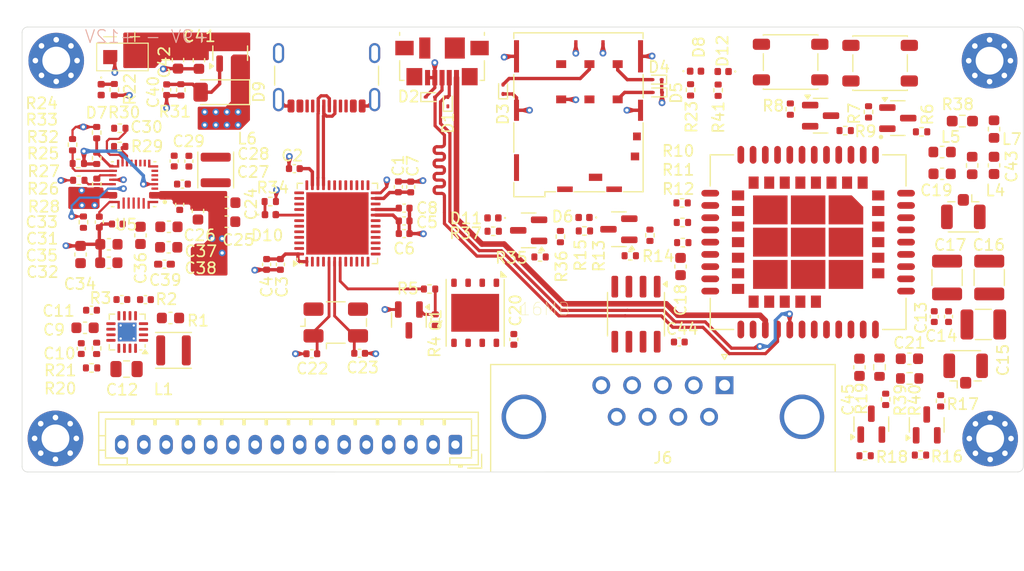
<source format=kicad_pcb>
(kicad_pcb (version 20241229) (generator "pcbnew") (generator_version "9.0")
  (title_block (title "SOIL MEASURE") (date "08/08/25") (rev "1.0.0") (company "ECOFY") (comment 1 "Designed: Abdulrahman S Jafari"))
  (layers (0 "F.Cu" signal) (4 "In1.Cu" signal) (6 "In2.Cu" signal) (2 "B.Cu" signal) (13 "F.Paste" user) (15 "B.Paste" user) (5 "F.SilkS" user "F.Silkscreen") (7 "B.SilkS" user "B.Silkscreen") (1 "F.Mask" user) (3 "B.Mask" user) (25 "Edge.Cuts" user))
  (net 0 "")
  (net 1 "GND")
  (net 2 "+3V6")
  (net 3 "+12V")
  (net 4 "Net-(U2-SS{slash}TR)")
  (net 5 "SIM_VDD")
  (net 6 "Net-(U3-GNSS_ANT)")
  (net 7 "Net-(C19-Pad2)")
  (net 8 "Net-(U3-RF_ANT)")
  (net 9 "Net-(U1-PF0)")
  (net 10 "Net-(U1-PF1)")
  (net 11 "VBUS")
  (net 12 "Net-(U5-BTST1)")
  (net 13 "Net-(U5-SW1)")
  (net 14 "Net-(U5-SW2)")
  (net 15 "Net-(U5-BTST2)")
  (net 16 "REGN")
  (net 17 "Net-(U5-SDRV)")
  (net 18 "/battery_charger/PMID")
  (net 19 "Net-(D9-A)")
  (net 20 "/battery_charger/VIN_P")
  (net 21 "Net-(J4-In)")
  (net 22 "Net-(C45-Pad1)")
  (net 23 "/cellular_interface/DN")
  (net 24 "/cellular_interface/DP")
  (net 25 "Net-(D3-A2)")
  (net 26 "Net-(D4-A2)")
  (net 27 "SIM_DATA")
  (net 28 "Net-(D6-A)")
  (net 29 "Net-(D6-K)")
  (net 30 "Net-(D7-K)")
  (net 31 "Net-(D8-K)")
  (net 32 "VBATP")
  (net 33 "/DEBUG_LED")
  (net 34 "Net-(D10-K)")
  (net 35 "Net-(D11-A)")
  (net 36 "Net-(D11-K)")
  (net 37 "Net-(D12-A)")
  (net 39 "/cellular_interface/CARD_DT")
  (net 40 "Net-(J2-In)")
  (net 41 "MOD_VBUS")
  (net 42 "/MCU_DP")
  (net 43 "/CC1")
  (net 44 "/MCU_DN")
  (net 45 "/CC2")
  (net 46 "/TXP")
  (net 52 "/TXM")
  (net 54 "Net-(L1-Pad1)")
  (net 55 "Net-(L7-Pad1)")
  (net 56 "Net-(Q1-B)")
  (net 57 "/cellular_interface/PWR")
  (net 58 "Net-(Q2-B)")
  (net 59 "Net-(Q3-B)")
  (net 60 "Net-(Q4-B)")
  (net 61 "/MOD_TX")
  (net 62 "/cellular_interface/UART_TX")
  (net 63 "/MOD_RX")
  (net 64 "/cellular_interface/UART_RX")
  (net 65 "Net-(Q5-B)")
  (net 66 "/GNSS_TX")
  (net 67 "/cellular_interface/GPS_TX")
  (net 68 "Net-(Q6-B)")
  (net 69 "Net-(Q8-B)")
  (net 70 "/cellular_interface/GPS_RX")
  (net 71 "/GNSS_RX")
  (net 72 "Net-(U2-PG)")
  (net 73 "/FBK")
  (net 74 "/PWR_CTR")
  (net 75 "VDD_EXT")
  (net 76 "Net-(U3-SIM_DATA)")
  (net 77 "/cellular_interface/SIM_CLK")
  (net 78 "/cellular_interface/SIM_RST")
  (net 79 "/cellular_interface/MODEM_STAT")
  (net 80 "/BATT")
  (net 81 "Net-(U5-STAT)")
  (net 82 "/battery_charger/TS")
  (net 83 "Net-(U5-PROG)")
  (net 84 "Net-(U5-BATP)")
  (net 85 "CHG_INT")
  (net 86 "/CHG_SCL")
  (net 87 "/CHG_SDA")
  (net 88 "/battery_charger/ILIM")
  (net 89 "/cellular_interface/NET_STAT")
  (net 90 "Net-(SW1-B)")
  (net 91 "/cellular_interface/USB_BOOT")
  (net 92 "/UART3_DE")
  (net 93 "/SPI1_CLK")
  (net 94 "/I2C2_SDA")
  (net 95 "/SPI1_NSS")
  (net 96 "/MODEM_INT")
  (net 97 "/SPI2_NSS")
  (net 98 "/SWDCLK")
  (net 99 "/HOLD")
  (net 100 "/SPI2_MISO")
  (net 101 "/UART3_RX")
  (net 102 "/SHIP_MODE")
  (net 103 "/SPI2_CLK")
  (net 104 "/UART3_TX")
  (net 105 "/SWDIO")
  (net 106 "/DATA_CMD")
  (net 107 "/SPI1_MOSI")
  (net 108 "/TIM8_PWM")
  (net 109 "/CHG_EN")
  (net 110 "/I2C2_SCL")
  (net 111 "/UART3_RE")
  (net 112 "/RST")
  (net 113 "/SPI1_MISO")
  (net 114 "/DISP_EN")
  (net 115 "/SPI2_MOSI")
  (net 116 "/WP")
  (footprint "Resistor_SMD:R_0402_1005Metric" (layer "F.Cu") (at 91.4 77.27 90)
    (property "Reference" "R33")
    (property "Value" "100k")
  )
  (footprint "Capacitor_SMD:C_0402_1005Metric" (layer "F.Cu") (at 121.21 85.26)
    (property "Reference" "C6")
    (property "Value" "1u")
  )
  (footprint "Resistor_SMD:R_0402_1005Metric" (layer "F.Cu") (at 146.225 84.26)
    (property "Reference" "R11")
    (property "Value" "22R")
  )
  (footprint "Capacitor_SMD:C_0603_1608Metric" (layer "F.Cu") (at 166.63 96.51)
    (property "Reference" "C21")
    (property "Value" "C")
  )
  (footprint "Capacitor_SMD:C_0402_1005Metric" (layer "F.Cu") (at 145.945 95.005)
    (property "Reference" "C44")
    (property "Value" "100n")
  )
  (footprint "Package_TO_SOT_SMD:SOT-23" (layer "F.Cu") (at 121.635 93.0225 -90)
    (property "Reference" "Q1")
    (property "Value" "SS8050")
  )
  (footprint "Resistor_SMD:R_0402_1005Metric" (layer "F.Cu") (at 141.535 87.25)
    (property "Reference" "R13")
    (property "Value" "4k7")
  )
  (footprint "Resistor_SMD:R_0402_1005Metric" (layer "F.Cu") (at 92.38 84.23 90)
    (property "Reference" "R28")
    (property "Value" "10k")
  )
  (footprint "Resistor_SMD:R_0402_1005Metric" (layer "F.Cu") (at 162.955 74.32 90)
    (property "Reference" "R7")
    (property "Value" "4k7")
  )
  (footprint "Capacitor_SMD:C_0402_1005Metric" (layer "F.Cu") (at 131.07 94.77 90)
    (property "Reference" "C20")
    (property "Value" "100n")
  )
  (footprint "MountingHole:MountingHole_2.5mm_Pad_Via" (layer "F.Cu") (at 173.835 69.72)
    (property "Reference" "H4" (hide yes))
    (property "Value" "MountingHole" (hide yes))
  )
  (footprint "Resistor_SMD:R_0402_1005Metric" (layer "F.Cu") (at 143.305 85.41 90)
    (property "Reference" "R14")
    (property "Value" "47k")
  )
  (footprint "connector_custom:BAT" (layer "F.Cu") (at 93.41 65.715 180)
    (property "Reference" "U7" (hide yes))
    (property "Value" "BAT")
  )
  (footprint "Resistor_SMD:R_0402_1005Metric" (layer "F.Cu") (at 137.415 85.02 180)
    (property "Reference" "R15")
    (property "Value" "510R")
  )
  (footprint "Capacitor_SMD:C_0603_1608Metric" (layer "F.Cu") (at 146.055 88.22 -90)
    (property "Reference" "C18")
    (property "Value" "100n")
  )
  (footprint "Resistor_SMD:R_0402_1005Metric" (layer "F.Cu") (at 164.495 100.16 90)
    (property "Reference" "R19")
    (property "Value" "10k")
  )
  (footprint "Resistor_SMD:R_0402_1005Metric" (layer "F.Cu") (at 167.7225 76.11 180)
    (property "Reference" "R6")
    (property "Value" "10k")
  )
  (footprint "Resistor_SMD:R_0603_1608Metric" (layer "F.Cu") (at 166.65 98.28)
    (property "Reference" "R40")
    (property "Value" "R")
  )
  (footprint "Capacitor_SMD:C_0402_1005Metric" (layer "F.Cu") (at 99.86 72.3275 -90)
    (property "Reference" "C40")
    (property "Value" "22p")
  )
  (footprint "Capacitor_SMD:C_0603_1608Metric" (layer "F.Cu") (at 105.265 82.48)
    (property "Reference" "C24")
    (property "Value" "10u")
  )
  (footprint "Capacitor_SMD:C_0402_1005Metric" (layer "F.Cu") (at 117.2075 96.0225)
    (property "Reference" "C23")
    (property "Value" "8p")
  )
  (footprint "Resistor_SMD:R_0402_1005Metric" (layer "F.Cu") (at 91.965 80.469999 180)
    (property "Reference" "R26")
    (property "Value" "10k5")
  )
  (footprint "Resistor_SMD:R_0402_1005Metric" (layer "F.Cu") (at 149.435 72.37 90)
    (property "Reference" "R41")
    (property "Value" "510R")
  )
  (footprint "Capacitor_SMD:C_0402_1005Metric" (layer "F.Cu") (at 108.845 88.03 -90)
    (property "Reference" "C4")
    (property "Value" "4u7")
  )
  (footprint "LED_SMD:LED_0402_1005Metric" (layer "F.Cu") (at 109.185 83.56)
    (property "Reference" "D10")
    (property "Value" "LED")
  )
  (footprint "Capacitor_SMD:C_0402_1005Metric" (layer "F.Cu") (at 112.9075 96.0625 180)
    (property "Reference" "C22")
    (property "Value" "8p")
  )
  (footprint "Resistor_SMD:R_0402_1005Metric" (layer "F.Cu") (at 169.435 100.29 -90)
    (property "Reference" "R17")
    (property "Value" "10k")
  )
  (footprint "Package_TO_SOT_SMD:SOT-23" (layer "F.Cu") (at 165.585 74.88)
    (property "Reference" "Q4" (hide yes))
    (property "Value" "SS8050")
  )
  (footprint "Package_TO_SOT_SMD:SOT-23" (layer "F.Cu") (at 140.5125 84.87 180)
    (property "Reference" "Q2" (hide yes))
    (property "Value" "SS8050")
  )
  (footprint "Capacitor_SMD:C_0402_1005Metric" (layer "F.Cu") (at 170.145 92.72 -90)
    (property "Reference" "C14")
    (property "Value" "1u")
  )
  (footprint "BQ25672:IC_BQ25672RQMR" (layer "F.Cu") (at 96.895 80.82 180)
    (property "Reference" "U5")
    (property "Value" "BQ25672RQMR")
  )
  (footprint "LED_SMD:LED_0402_1005Metric" (layer "F.Cu") (at 93.975 72.32 -90)
    (property "Reference" "D7")
    (property "Value" "LED")
  )
  (footprint "Capacitor_SMD:C_0402_1005Metric" (layer "F.Cu") (at 97.955 91.195 180)
    (property "Reference" "R2")
    (property "Value" "178k")
  )
  (footprint "Capacitor_SMD:C_0402_1005Metric" (layer "F.Cu") (at 121.8 81.07 90)
    (property "Reference" "C7")
    (property "Value" "10n")
  )
  (footprint "LED_SMD:LED_0402_1005Metric" (layer "F.Cu") (at 149.885 70.69 180)
    (property "Reference" "D12")
    (property "Value" "LED")
  )
  (footprint "Resistor_SMD:R_0402_1005Metric" (layer "F.Cu") (at 93.565 95.5775 -90)
    (property "Reference" "R20")
    (property "Value" "R")
  )
  (footprint "Capacitor_SMD:C_0603_1608Metric" (layer "F.Cu") (at 97.504999 85.42 -90)
    (property "Reference" "C36")
    (property "Value" "10u")
  )
  (footprint "Resistor_SMD:R_0402_1005Metric" (layer "F.Cu") (at 160.855 76)
    (property "Reference" "R9")
    (property "Value" "10k")
  )
  (footprint "Button_Switch_SMD:SW_SPST_PTS647_Sx38" (layer "F.Cu") (at 163.995 69.94)
    (property "Reference" "SW2" (hide yes))
    (property "Value" "SW_SPST")
  )
  (footprint "Resistor_SMD:R_0603_1608Metric" (layer "F.Cu") (at 163.94 97.27 -90)
    (property "Reference" "R39")
    (property "Value" "R")
  )
  (footprint "Resistor_SMD:R_0402_1005Metric" (layer "F.Cu") (at 129.215 85.05 180)
    (property "Reference" "R37")
    (property "Value" "510R")
  )
  (footprint "Package_DFN_QFN:QFN-48-1EP_7x7mm_P0.5mm_EP5.6x5.6mm" (layer "F.Cu") (at 115.21 84.3475 90)
    (property "Reference" "U1" (hide yes))
    (property "Value" "STM32G431CBUx" (hide yes))
  )
  (footprint "Capacitor_SMD:C_1210_3225Metric" (layer "F.Cu") (at 173.805 89.21 90)
    (property "Reference" "C16")
    (property "Value" "100u")
  )
  (footprint "MountingHole:MountingHole_2.5mm_Pad_Via" (layer "F.Cu") (at 89.865 103.67)
    (property "Reference" "H2" (hide yes))
    (property "Value" "MountingHole" (hide yes))
  )
  (footprint "Resistor_SMD:R_0402_1005Metric" (layer "F.Cu") (at 101.135 72.34 -90)
    (property "Reference" "R31")
    (property "Value" "220R")
  )
  (footprint "Resistor_SMD:R_0402_1005Metric" (layer "F.Cu") (at 123.495 90.2425)
    (property "Reference" "R5")
    (property "Value" "4K7")
  )
  (footprint "Connector_JAE:JAE_SIM_Card_SF72S006" (layer "F.Cu") (at 137.865 72.485)
    (property "Reference" "J1" (hide yes))
    (property "Value" "JAE_SIM_Card_SF72S006")
  )
  (footprint "Diode_SMD:D_SOD-923" (layer "F.Cu") (at 125.14 73.4 90)
    (property "Reference" "D1")
    (property "Value" "ESD9B5.0ST5G")
  )
  (footprint "Inductor_SMD:L_APV_ANR3010" (layer "F.Cu") (at 100.475 95.7575)
    (property "Reference" "L1")
    (property "Value" "2u2")
  )
  (footprint "Package_TO_SOT_SMD:SOT-23" (layer "F.Cu") (at 168.185 102.4575 90)
    (property "Reference" "Q6" (hide yes))
    (property "Value" "SS8050")
  )
  (footprint "Capacitor_SMD:C_0402_1005Metric" (layer "F.Cu") (at 120.69 81.06 90)
    (property "Reference" "C1")
    (property "Value" "100n")
  )
  (footprint "Resistor_SMD:R_0402_1005Metric" (layer "F.Cu") (at 95.64 77.43)
    (property "Reference" "R29")
    (property "Value" "10k")
  )
  (footprint "MountingHole:MountingHole_2.5mm_Pad_Via" (layer "F.Cu") (at 173.889175 103.684175)
    (property "Reference" "H3" (hide yes))
    (property "Value" "MountingHole" (hide yes))
  )
  (footprint "Capacitor_SMD:C_0603_1608Metric" (layer "F.Cu") (at 102.675 83.22 -90)
    (property "Reference" "C26")
    (property "Value" "10u")
  )
  (footprint "Inductor_SMD:L_APV_ANR3010" (layer "F.Cu") (at 104.27 79.54 90)
    (property "Reference" "L6")
    (property "Value" "1u")
  )
  (footprint "MountingHole:MountingHole_2.5mm_Pad_Via" (layer "F.Cu") (at 89.935 69.71)
    (property "Reference" "H1" (hide yes))
    (property "Value" "MountingHole" (hide yes))
  )
  (footprint "Package_TO_SOT_SMD:SOT-23" (layer "F.Cu") (at 105.5725 69.0425 90)
    (property "Reference" "Q7" (hide yes))
    (property "Value" "AO3401A")
  )
  (footprint "Connector_Dsub:DSUB-9_Socket_Horizontal_P2.77x2.84mm_EdgePinOffset4.94mm_Housed_MountingHolesOffset4.94mm" (layer "F.Cu") (at 150.01 98.89)
    (property "Reference" "J6")
    (property "Value" "DE9_Socket_MountingHoles")
  )
  (footprint "Capacitor_SMD:C_0402_1005Metric" (layer "F.Cu") (at 93.105 92.1475 180)
    (property "Reference" "C11")
    (property "Value" "3n3")
  )
  (footprint "Package_DFN_QFN:VQFN-16-1EP_3x3mm_P0.5mm_EP1.68x1.68mm_ThermalVias" (layer "F.Cu") (at 96.315 94.1075 180)
    (property "Reference" "U2" (hide yes))
    (property "Value" "TPS62130")
  )
  (footprint "Capacitor_SMD:C_0603_1608Metric" (layer "F.Cu") (at 100.88 69.6525 -90)
    (property "Reference" "C42")
    (property "Value" "10u")
  )
  (footprint "Package_SO:SOIC-8_3.9x4.9mm_P1.27mm" (layer "F.Cu") (at 142.05 92.505 -90)
    (property "Reference" "U6" (hide yes))
    (property "Value" "ISL3172E" (hide yes))
  )
  (footprint "Resistor_SMD:R_0402_1005Metric" (layer "F.Cu") (at 146.255 86.07)
    (property "Reference" "R12")
    (property "Value" "22R")
  )
  (footprint "Diode_SMD:D_SOD-923" (layer "F.Cu") (at 143.9425 71.42 180)
    (property "Reference" "D4")
    (property "Value" "ESD9B5.0ST5G")
  )
  (footprint "Capacitor_SMD:C_0402_1005Metric" (layer "F.Cu") (at 101.28 80.81)
    (property "Reference" "C28")
    (property "Value" "47n")
  )
  (footprint "Crystal:Crystal_SMD_Abracon_ABM3B-4Pin_5.0x3.2mm" (layer "F.Cu") (at 115.0625 93.2525)
    (property "Reference" "Y1" (hide yes))
    (property "Value" "8MHz")
  )
  (footprint "Resistor_SMD:R_0402_1005Metric" (layer "F.Cu") (at 167.625 105.17 180)
    (property "Reference" "R16")
    (property "Value" "4k7")
  )
  (footprint "Capacitor_SMD:C_0603_1608Metric" (layer "F.Cu") (at 100.205 92.845)
    (property "Reference" "R1")
    (property "Value" "100k")
  )
  (footprint "Resistor_SMD:R_0402_1005Metric" (layer "F.Cu") (at 155.925 74.07 -90)
    (property "Reference" "R8")
    (property "Value" "4k7")
  )
  (footprint "Connector_JST:JST_PH_B16B-PH-K_1x16_P2.00mm_Vertical" (layer "F.Cu") (at 125.815 104.23 180)
    (property "Reference" "J7" (hide yes))
    (property "Value" "Conn_01x16")
  )
  (footprint "Package_TO_SOT_SMD:SOT-23" (layer "F.Cu") (at 132.4025 84.97 180)
    (property "Reference" "Q3" (hide yes))
    (property "Value" "SS8050")
  )
  (footprint "Connector_Coaxial:U.FL_Hirose_U.FL-R-SMT-1_Vertical" (layer "F.Cu") (at 171.475 83.28 -90)
    (property "Reference" "J4" (hide yes))
    (property "Value" "Conn_Coaxial")
  )
  (footprint "Capacitor_SMD:C_1210_3225Metric" (layer "F.Cu") (at 170.015 89.21 90)
    (property "Reference" "C17")
    (property "Value" "100u")
  )
  (footprint "Capacitor_SMD:C_0402_1005Metric" (layer "F.Cu") (at 168.865 92.72 -90)
    (property "Reference" "C13")
    (property "Value" "100n")
  )
  (footprint "Capacitor_SMD:C_0402_1005Metric" (layer "F.Cu") (at 111.34 79.42 180)
    (property "Reference" "C2")
    (property "Value" "100n")
  )
  (footprint "Capacitor_SMD:C_0603_1608Metric" (layer "F.Cu") (at 174.235 79.13 90)
    (property "Reference" "C43")
    (property "Value" "C")
  )
  (footprint "Capacitor_SMD:C_1210_3225Metric" (layer "F.Cu") (at 173.275 93.43)
    (property "Reference" "C15")
    (property "Value" "100u")
  )
  (footprint "Resistor_SMD:R_0402_1005Metric" (layer "F.Cu") (at 95.155 72.32 -90)
    (property "Reference" "R22")
    (property "Value" "R")
  )
  (footprint "Resistor_SMD:R_0402_1005Metric" (layer "F.Cu") (at 124.005 93.0325 -90)
    (property "Reference" "R4")
    (property "Value" "47K")
  )
  (footprint "Capacitor_SMD:C_0603_1608Metric" (layer "F.Cu") (at 100.064999 84.65)
    (property "Reference" "C37")
    (property "Value" "10u")
  )
  (footprint "LED_SMD:LED_0402_1005Metric" (layer "F.Cu") (at 137.38 83.81 180)
    (property "Reference" "D6")
    (property "Value" "LED")
  )
  (footprint "Resistor_SMD:R_0402_1005Metric" (layer "F.Cu") (at 95.65 75.79)
    (property "Reference" "R30")
    (property "Value" "10k")
  )
  (footprint "Capacitor_SMD:C_0603_1608Metric" (layer "F.Cu") (at 169.57 79.8875)
    (property "Reference" "C19")
    (property "Value" "C")
  )
  (footprint "Capacitor_SMD:C_0402_1005Metric" (layer "F.Cu") (at 110.085 88.03 -90)
    (property "Reference" "C3")
    (property "Value" "100n")
  )
  (footprint "Resistor_SMD:R_0402_1005Metric" (layer "F.Cu") (at 146.955 72.34 90)
    (property "Reference" "R23")
    (property "Value" "2k2")
  )
  (footprint "Capacitor_SMD:C_0603_1608Metric" (layer "F.Cu") (at 100.044999 86.49)
    (property "Reference" "C38")
    (property "Value" "10u")
  )
  (footprint "Capacitor_SMD:C_0402_1005Metric" (layer "F.Cu") (at 101.86 78.75 -90)
    (property "Reference" "C29")
    (property "Value" "47n")
  )
  (footprint "Capacitor_SMD:C_0603_1608Metric" (layer "F.Cu") (at 94.67 86.22 180)
    (property "Reference" "C33")
    (property "Value" "10u")
  )
  (footprint "Capacitor_SMD:C_0402_1005Metric" (layer "F.Cu") (at 95.424999 84.4 180)
    (property "Reference" "C35")
    (property "Value" "0.1u")
  )
  (footprint "Resistor_SMD:R_0402_1005Metric" (layer "F.Cu") (at 162.645 105.23)
    (property "Reference" "R18")
    (property "Value" "4k7")
  )
  (footprint "Capacitor_SMD:C_0603_1608Metric" (layer "F.Cu") (at 162.14 97.28 90)
    (property "Reference" "C45")
    (property "Value" "C")
  )
  (footprint "Capacitor_SMD:C_0402_1005Metric" (layer "F.Cu") (at 92.185 95.5975 -90)
    (property "Reference" "C10")
    (property "Value" "0.1u")
  )
  (footprint "Resistor_SMD:R_0402_1005Metric" (layer "F.Cu") (at 146.195 82.5)
    (property "Reference" "R10")
    (property "Value" "22R")
  )
  (footprint "Resistor_SMD:R_0402_1005Metric" (layer "F.Cu") (at 133.425 87.36)
    (property "Reference" "R35")
    (property "Value" "4k7")
  )
  (footprint "SIM7080G:XCVR_SIM7080G" (layer "F.Cu") (at 157.525 86.03 -90)
    (property "Reference" "U3" (hide yes))
    (property "Value" "SIM7080G")
  )
  (footprint "Capacitor_SMD:C_0402_1005Metric_Pad0.74x0.62mm_HandSolder" (layer "F.Cu") (at 99.664999 88.01)
    (property "Reference" "C39")
    (property "Value" "0.1u")
  )
  (footprint "Package_TO_SOT_SMD:SOT-23" (layer "F.Cu") (at 158.645 74.66)
    (property "Reference" "Q5" (hide yes))
    (property "Value" "SS8050")
  )
  (footprint "Diode_SMD:D_SOD-923" (layer "F.Cu") (at 130.1 72.2875 90)
    (property "Reference" "D3")
    (property "Value" "ESD9B5.0ST5G")
  )
  (footprint "Inductor_SMD:L_0603_1608Metric" (layer "F.Cu") (at 169.57 77.9275)
    (property "Reference" "L5")
    (property "Value" "L")
  )
  (footprint "Resistor_SMD:R_0402_1005Metric" (layer "F.Cu") (at 93.1125 97.3325 180)
    (property "Reference" "R21")
    (property "Value" "R")
  )
  (footprint "Diode_SMD:D_SOD-923" (layer "F.Cu") (at 123.57 72.99)
    (property "Reference" "D2")
    (property "Value" "ESD9B5.0ST5G")
  )
  (footprint "Button_Switch_SMD:SW_SPST_PTS647_Sx38" (layer "F.Cu") (at 155.95 69.84 180)
    (property "Reference" "SW1" (hide yes))
    (property "Value" "SW_SPST")
  )
  (footprint "LED_SMD:LED_0402_1005Metric" (layer "F.Cu") (at 147.405 70.66)
    (property "Reference" "D8")
    (property "Value" "LED")
  )
  (footprint "Capacitor_SMD:C_0805_2012Metric" (layer "F.Cu") (at 96.255 97.4375)
    (property "Reference" "C12")
    (property "Value" "22u")
  )
  (footprint "Resistor_SMD:R_0402_1005Metric" (layer "F.Cu") (at 93.572499 76.182499 90)
    (property "Reference" "R24")
    (property "Value" "10k")
  )
  (footprint "Package_SON:WSON-8-1EP_6x5mm_P1.27mm_EP3.4x4.3mm" (layer "F.Cu") (at 127.595 92.38 -90)
    (property "Reference" "U4" (hide yes))
    (property "Value" "W25Q128JVP" (hide yes))
  )
  (footprint "Capacitor_SMD:C_0603_1608Metric" (layer "F.Cu") (at 92.12 87.14 90)
    (property "Reference" "C34")
    (property "Value" "10u")
  )
  (footprint "Connector_USB:USB_Micro-B_Molex_47346-0001" (layer "F.Cu") (at 124.615 69.78 180)
    (property "Reference" "J3" (hide yes))
    (property "Value" "USB_B")
  )
  (footprint "Capacitor_SMD:C_0402_1005Metric" (layer "F.Cu") (at 93.81 84.22 90)
    (property "Reference" "C31")
    (property "Value" "1n")
  )
  (footprint "Connector_USB:USB_C_Receptacle_GCT_USB4105-xx-A_16P_TopMnt_Horizontal" (layer "F.Cu") (at 114.2375 70.11 180)
    (property "Reference" "J5" (hide yes))
    (property "Value" "USB_C_Receptacle_USB2.0_14P")
  )
  (footprint "Capacitor_SMD:C_0402_1005Metric" (layer "F.Cu") (at 100.54 78.74 90)
    (property "Reference" "C30")
    (property "Value" "4u7")
  )
  (footprint "Package_TO_SOT_SMD:SOT-23" (layer "F.Cu") (at 163.205 102.3875 90)
    (property "Reference" "Q8" (hide yes))
    (property "Value" "SS8050")
  )
  (footprint "Capacitor_SMD:C_0402_1005Metric" (layer "F.Cu") (at 121.21 84.12)
    (property "Reference" "C5")
    (property "Value" "100n")
  )
  (footprint "Capacitor_SMD:C_0402_1005Metric" (layer "F.Cu") (at 121.21 82.97)
    (property "Reference" "C8")
    (property "Value" "1u")
  )
  (footprint "Connector_Coaxial:U.FL_Hirose_U.FL-R-SMT-1_Vertical" (layer "F.Cu") (at 171.685 97.62 90)
    (property "Reference" "J2" (hide yes))
    (property "Value" "Conn_Coaxial")
  )
  (footprint "Capacitor_SMD:C_0402_1005Metric" (layer "F.Cu") (at 95.835001 91.1875 180)
    (property "Reference" "R3")
    (property "Value" "51k")
  )
  (footprint "Capacitor_SMD:C_0402_1005Metric" (layer "F.Cu") (at 101.035 82.65 -90)
    (property "Reference" "C27")
    (property "Value" "0.1u")
  )
  (footprint "Capacitor_SMD:C_0603_1608Metric" (layer "F.Cu") (at 105.255 84.19)
    (property "Reference" "C25")
    (property "Value" "10u")
  )
  (footprint "Resistor_SMD:R_0402_1005Metric" (layer "F.Cu") (at 91.92 78.96 180)
    (property "Reference" "R32")
    (property "Value" "127k")
  )
  (footprint "Inductor_SMD:L_0603_1608Metric" (layer "F.Cu") (at 172.27 79.1375 -90)
    (property "Reference" "L4")
    (property "Value" "L")
  )
  (footprint "Diode_SMD:D_SOD-923" (layer "F.Cu") (at 143.97 72.57 180)
    (property "Reference" "D5")
    (property "Value" "ESD9B5.0ST5G")
  )
  (footprint "Inductor_SMD:L_0603_1608Metric" (layer "F.Cu") (at 174.235 75.8675 -90)
    (property "Reference" "L7")
    (property "Value" "47n")
  )
  (footprint "Capacitor_SMD:C_0603_1608Metric" (layer "F.Cu") (at 92.525 93.7275 180)
    (property "Reference" "C9")
    (property "Value" "10u")
  )
  (footprint "Capacitor_SMD:C_0603_1608Metric" (layer "F.Cu") (at 94.66 87.88 180)
    (property "Reference" "C32")
    (property "Value" "10u")
  )
  (footprint "Resistor_SMD:R_0402_1005Metric" (layer "F.Cu") (at 93.572499 78.492499 90)
    (property "Reference" "R25")
    (property "Value" "5K24")
  )
  (footprint "Resistor_SMD:R_0603_1608Metric_Pad0.98x0.95mm_HandSolder" (layer "F.Cu") (at 171.3875 75.1475 180)
    (property "Reference" "R38")
    (property "Value" "10R")
  )
  (footprint "Capacitor_SMD:C_0603_1608Metric" (layer "F.Cu") (at 102.7625 69.67 -90)
    (property "Reference" "C41")
    (property "Value" "10u")
  )
  (footprint "LED_SMD:LED_0402_1005Metric" (layer "F.Cu") (at 129.19 83.85 180)
    (property "Reference" "D11")
    (property "Value" "LED")
  )
  (footprint "Diode_SMD:D_MiniMELF" (layer "F.Cu") (at 104.665 72.55 180)
    (property "Reference" "D9")
    (property "Value" "BZV55B5V1")
  )
  (footprint "Resistor_SMD:R_0402_1005Metric" (layer "F.Cu") (at 93.58 80.83 -90)
    (property "Reference" "R27")
    (property "Value" "100R")
  )
  (footprint "Resistor_SMD:R_0402_1005Metric" (layer "F.Cu") (at 109.175 82.38)
    (property "Reference" "R34")
    (property "Value" "R")
  )
  (footprint "Resistor_SMD:R_0402_1005Metric" (layer "F.Cu") (at 135.255 85.53 90)
    (property "Reference" "R36")
    (property "Value" "47k")
  )
  (gr_arc (start 176.365 66.69) (mid 176.718553 66.836447) (end 176.865 67.19) (stroke (width 0.05)) (layer "Edge.Cuts"))
  (gr_line (start 86.865 106.19) (end 86.865 67.19) (stroke (width 0.05)) (layer "Edge.Cuts"))
  (gr_line (start 176.37 106.685) (end 87.365 106.69) (stroke (width 0.05)) (layer "Edge.Cuts"))
  (gr_arc (start 87.365 106.69) (mid 87.011447 106.543553) (end 86.865 106.19) (stroke (width 0.05)) (layer "Edge.Cuts"))
  (gr_line (start 176.865 67.19) (end 176.865 106.19) (stroke (width 0.05)) (layer "Edge.Cuts"))
  (gr_arc (start 86.865 67.19) (mid 87.011447 66.836447) (end 87.365 66.69) (stroke (width 0.05)) (layer "Edge.Cuts"))
  (gr_arc (start 176.865 106.19) (mid 176.720018 106.540018) (end 176.37 106.685) (stroke (width 0.05)) (layer "Edge.Cuts"))
  (gr_line (start 87.365 66.69) (end 176.365 66.69) (stroke (width 0.05)) (layer "Edge.Cuts"))
  (gr_text "16MB" (at 131.515 92.71 0) (layer "F.SilkS") (effects (font (size 1.143 1.143) (thickness 0.038) (bold yes)) (justify left bottom)))
  (gr_text "-" (at 93.775 68.145 0) (layer "F.SilkS") (effects (font (size 1.143 1.5) (thickness 0.1)) (justify left bottom)))
  (gr_text "+" (at 96.225 68.14 0) (layer "F.SilkS") (effects (font (size 1.143 1.143) (thickness 0.1)) (justify left bottom)))
  (gr_text "+9V - +12V" (at 103.765 68.22 0) (layer "B.SilkS") (effects (font (size 1.143 1.143) (thickness 0.1)) (justify left bottom mirror)))
  (segment (start 136.605 73.195) (end 136.64 73.23) (width 0.305) (layer "F.Cu") (net 1))
  (segment (start 109.685 81.395) (end 109.74 81.34) (width 0.254) (layer "F.Cu") (net 1))
  (segment (start 99.9025 72.85) (end 99.86 72.8075) (width 0.305) (layer "F.Cu") (net 1))
  (segment (start 139.085 68.175) (end 139.085 69.035) (width 0.305) (layer "F.Cu") (net 1))
  (segment (start 118.6175 96.0225) (end 118.6575 96.0625) (width 0.254) (layer "F.Cu") (net 1))
  (segment (start 142.46 69.325) (end 143.475 69.325) (width 0.305) (layer "F.Cu") (net 1))
  (segment (start 117.9825 73.79) (end 118.5575 73.215) (width 0.305) (layer "F.Cu") (net 1))
  (segment (start 142.46 74.175) (end 141.235 74.175) (width 0.305) (layer "F.Cu") (net 1))
  (segment (start 121.69 82.97) (end 121.69 84.12) (width 0.305) (layer "F.Cu") (net 1))
  (segment (start 143.475 69.325) (end 143.5 69.3) (width 0.305) (layer "F.Cu") (net 1))
  (segment (start 120.69 80.58) (end 121.79 80.58) (width 0.305) (layer "F.Cu") (net 1))
  (segment (start 117.4375 73.79) (end 117.9825 73.79) (width 0.305) (layer "F.Cu") (net 1))
  (segment (start 123.965 69.895) (end 123.965 71.24) (width 0.305) (layer "F.Cu") (net 1))
  (segment (start 93.895 86.22) (end 92.265 86.22) (width 0.305) (layer "F.Cu") (net 1))
  (segment (start 99.5825 70.4275) (end 99.55 70.46) (width 0.305) (layer "F.Cu") (net 1))
  (segment (start 130.275 69.325) (end 130.2 69.4) (width 0.305) (layer "F.Cu") (net 1))
  (segment (start 131.31 74.175) (end 132.475 74.175) (width 0.305) (layer "F.Cu") (net 1))
  (segment (start 95.2 69.805) (end 94.79 69.395) (width 0.305) (layer "F.Cu") (net 1))
  (segment (start 123.15 72.99) (end 123.15 72.961278) (width 0.286) (layer "F.Cu") (net 1))
  (segment (start 93.81 84.64) (end 94.05 84.4) (width 0.305) (layer "F.Cu") (net 1))
  (segment (start 131.31 73.04) (end 131.31 74.175) (width 0.305) (layer "F.Cu") (net 1))
  (segment (start 108.845 88.51) (end 107.82 88.51) (width 0.305) (layer "F.Cu") (net 1))
  (segment (start 123.965 72.146278) (end 123.965 71.24) (width 0.286) (layer "F.Cu") (net 1))
  (segment (start 123.15 72.961278) (end 123.965 72.146278) (width 0.286) (layer "F.Cu") (net 1))
  (segment (start 93.81 84.7) (end 93.81 84.64) (width 0.305) (layer "F.Cu") (net 1))
  (segment (start 93.81 84.7) (end 93.81 86.135) (width 0.305) (layer "F.Cu") (net 1))
  (segment (start 96.51 72.83) (end 95.155 72.83) (width 0.305) (layer "F.Cu") (net 1))
  (segment (start 132.475 74.175) (end 132.48 74.17) (width 0.305) (layer "F.Cu") (net 1))
  (segment (start 121.69 85.26) (end 122.92 85.26) (width 0.305) (layer "F.Cu") (net 1))
  (segment (start 120.685 92.085) (end 119.475 92.085) (width 0.254) (layer "F.Cu") (net 1))
  (segment (start 91.69 75.67) (end 91.4 75.96) (width 0.2) (layer "F.Cu") (net 1))
  (segment (start 109.685 82.38) (end 109.685 81.395) (width 0.254) (layer "F.Cu") (net 1))
  (segment (start 144.3625 72.5425) (end 144.39 72.57) (width 0.305) (layer "F.Cu") (net 1))
  (segment (start 131.31 69.325) (end 130.275 69.325) (width 0.305) (layer "F.Cu") (net 1))
  (segment (start 90.815 86.365) (end 90.8 86.35) (width 0.305) (layer "F.Cu") (net 1))
  (segment (start 135.325 73.195) (end 136.605 73.195) (width 0.305) (layer "F.Cu") (net 1))
  (segment (start 122.830497 80.5) (end 122.740497 80.59) (width 0.305) (layer "F.Cu") (net 1))
  (segment (start 121.79 80.58) (end 121.8 80.59) (width 0.305) (layer "F.Cu") (net 1))
  (segment (start 93.885 86.23) (end 93.895 86.22) (width 0.305) (layer "F.Cu") (net 1))
  (segment (start 92.37 75.672499) (end 92.367501 75.67) (width 0.2) (layer "F.Cu") (net 1))
  (segment (start 91.4 75.96) (end 91.4 76.76) (width 0.2) (layer "F.Cu") (net 1))
  (segment (start 92.265 86.22) (end 92.12 86.365) (width 0.305) (layer "F.Cu") (net 1))
  (segment (start 90.360001 80.469999) (end 90.35 80.48) (width 0.2) (layer "F.Cu") (net 1))
  (segment (start 100.88 70.4275) (end 99.5825 70.4275) (width 0.305) (layer "F.Cu") (net 1))
  (segment (start 130.9775 72.7075) (end 131.31 73.04) (width 0.305) (layer "F.Cu") (net 1))
  (segment (start 130.1 72.7075) (end 130.9775 72.7075) (width 0.305) (layer "F.Cu") (net 1))
  (segment (start 122.92 85.26) (end 122.94 85.28) (width 0.305) (layer "F.Cu") (net 1))
  (segment (start 122.9 80.5) (end 122.830497 80.5) (width 0.305) (layer "F.Cu") (net 1))
  (segment (start 110.86 78.35) (end 110.89 78.32) (width 0.305) (layer "F.Cu") (net 1))
  (segment (start 93.81 86.135) (end 93.895 86.22) (width 0.305) (layer "F.Cu") (net 1))
  (segment (start 93.885 87.88) (end 93.885 86.23) (width 0.305) (layer "F.Cu") (net 1))
  (segment (start 136.645 68.175) (end 136.645 69.045) (width 0.305) (layer "F.Cu") (net 1))
  (segment (start 110.86 79.42) (end 110.86 78.35) (width 0.305) (layer "F.Cu") (net 1))
  (segment (start 101.135 72.85) (end 99.9025 72.85) (width 0.305) (layer "F.Cu") (net 1))
  (segment (start 111.0375 73.79) (end 110.4925 73.79) (width 0.305) (layer "F.Cu") (net 1))
  (segment (start 121.69 84.12) (end 121.69 85.26) (width 0.305) (layer "F.Cu") (net 1))
  (segment (start 144.39 72.57) (end 144.39 73.5) (width 0.305) (layer "F.Cu") (net 1))
  (segment (start 100.8975 70.445) (end 100.88 70.4275) (width 0.305) (layer "F.Cu") (net 1))
  (segment (start 110.085 88.51) (end 108.845 88.51) (width 0.305) (layer "F.Cu") (net 1))
  (segment (start 95.2 70.78) (end 95.2 69.805) (width 0.305) (layer "F.Cu") (net 1))
  (segment (start 102.7625 70.445) (end 100.8975 70.445) (width 0.305) (layer "F.Cu") (net 1))
  (segment (start 107.82 88.51) (end 107.78 88.55) (width 0.305) (layer "F.Cu") (net 1))
  (segment (start 136.645 69.045) (end 136.64 69.05) (width 0.305) (layer "F.Cu") (net 1))
  (segment (start 91.455 80.469999) (end 90.360001 80.469999) (width 0.2) (layer "F.Cu") (net 1))
  (segment (start 99.86 73.97) (end 99.86 72.8075) (width 0.305) (layer "F.Cu") (net 1))
  (segment (start 110.4925 73.79) (end 109.9175 73.215) (width 0.305) (layer "F.Cu") (net 1))
  (segment (start 139.085 69.035) (end 139.08 69.04) (width 0.305) (layer "F.Cu") (net 1))
  (segment (start 94.05 84.4) (end 94.944999 84.4) (width 0.305) (layer "F.Cu") (net 1))
  (segment (start 144.3625 71.42) (end 144.3625 72.5425) (width 0.305) (layer "F.Cu") (net 1))
  (segment (start 92.12 86.365) (end 90.815 86.365) (width 0.305) (layer "F.Cu") (net 1))
  (segment (start 117.6875 96.0225) (end 118.6175 96.0225) (width 0.254) (layer "F.Cu") (net 1))
  (segment (start 141.235 74.175) (end 141.23 74.17) (width 0.305) (layer "F.Cu") (net 1))
  (segment (start 92.37 75.672499) (end 93.572499 75.672499) (width 0.2) (layer "F.Cu") (net 1))
  (segment (start 123.965 71.24) (end 123.315 71.24) (width 0.305) (layer "F.Cu") (net 1))
  (segment (start 122.740497 80.59) (end 121.8 80.59) (width 0.305) (layer "F.Cu") (net 1))
  (segment (start 112.4275 96.0625) (end 111.4375 96.0625) (width 0.254) (layer "F.Cu") (net 1))
  (segment (start 92.367501 75.67) (end 91.69 75.67) (width 0.2) (layer "F.Cu") (net 1))
  (via (at 90.8 86.35) (size 0.6) (drill 0.3) (layers "F.Cu" "B.Cu") (net 1))
  (via (at 99.55 70.46) (size 0.61) (drill 0.305) (layers "F.Cu" "B.Cu") (net 1))
  (via (at 90.35 80.48) (size 0.61) (drill 0.305) (layers "F.Cu" "B.Cu") (net 1))
  (via (at 122.9 80.5) (size 0.61) (drill 0.305) (layers "F.Cu" "B.Cu") (net 1))
  (via (at 144.39 73.5) (size 0.61) (drill 0.305) (layers "F.Cu" "B.Cu") (net 1))
  (via (at 130.2 69.4) (size 0.61) (drill 0.305) (layers "F.Cu" "B.Cu") (net 1))
  (via (at 119.475 92.085) (size 0.61) (drill 0.305) (layers "F.Cu" "B.Cu") (net 1))
  (via (at 110.89 78.32) (size 0.61) (drill 0.305) (layers "F.Cu" "B.Cu") (net 1))
  (via (at 96.51 72.83) (size 0.61) (drill 0.305) (layers "F.Cu" "B.Cu") (net 1))
  (via (at 111.4375 96.0625) (size 0.61) (drill 0.305) (layers "F.Cu" "B.Cu") (net 1))
  (via (at 99.86 73.97) (size 0.61) (drill 0.305) (layers "F.Cu" "B.Cu") (net 1))
  (via (at 141.23 74.17) (size 0.61) (drill 0.305) (layers "F.Cu" "B.Cu") (net 1))
  (via (at 92.37 75.672499) (size 0.61) (drill 0.305) (layers "F.Cu" "B.Cu") (net 1))
  (via (at 95.2 70.78) (size 0.61) (drill 0.305) (layers "F.Cu" "B.Cu") (net 1))
  (via (at 109.74 81.34) (size 0.61) (drill 0.305) (layers "F.Cu" "B.Cu") (net 1))
  (via (at 136.64 73.23) (size 0.61) (drill 0.305) (layers "F.Cu" "B.Cu") (net 1))
  (via (at 139.08 69.04) (size 0.61) (drill 0.305) (layers "F.Cu" "B.Cu") (net 1))
  (via (at 132.48 74.17) (size 0.61) (drill 0.305) (layers "F.Cu" "B.Cu") (net 1))
  (via (at 118.6575 96.0625) (size 0.61) (drill 0.305) (layers "F.Cu" "B.Cu") (net 1))
  (via (at 136.64 69.05) (size 0.61) (drill 0.305) (layers "F.Cu" "B.Cu") (net 1))
  (via (at 107.78 88.55) (size 0.61) (drill 0.305) (layers "F.Cu" "B.Cu") (net 1))
  (via (at 143.5 69.3) (size 0.61) (drill 0.305) (layers "F.Cu" "B.Cu") (net 1))
  (via (at 122.94 85.28) (size 0.61) (drill 0.305) (layers "F.Cu" "B.Cu") (net 1))
  (via (at 123.965 69.895) (size 0.61) (drill 0.305) (layers "F.Cu" "B.Cu") (net 1))
  (segment (start 120.56 81.57) (end 120.59 81.54) (width 0.305) (layer "F.Cu") (net 2))
  (segment (start 119.9 81.57) (end 120.56 81.57) (width 0.305) (layer "F.Cu") (net 2))
  (segment (start 112.96 80.91) (end 112.96 79.71) (width 0.305) (layer "F.Cu") (net 2))
  (segment (start 119.3725 82.0975) (end 119.9 81.57) (width 0.305) (layer "F.Cu") (net 2))
  (segment (start 111.66 87.62) (end 111.66 87.0975) (width 0.305) (layer "F.Cu") (net 2))
  (segment (start 112.67 79.42) (end 111.82 79.42) (width 0.305) (layer "F.Cu") (net 2))
  (segment (start 112.46 87.785) (end 111.825 87.785) (width 0.305) (layer "F.Cu") (net 2))
  (segment (start 118.6475 83.5975) (end 120.2075 83.5975) (width 0.305) (layer "F.Cu") (net 2))
  (segment (start 111.825 87.785) (end 111.66 87.62) (width 0.305) (layer "F.Cu") (net 2))
  (segment (start 120.2075 83.5975) (end 120.73 84.12) (width 0.305) (layer "F.Cu") (net 2))
  (segment (start 110.5375 87.0975) (end 110.085 87.55) (width 0.305) (layer "F.Cu") (net 2))
  (segment (start 111.66 87.0975) (end 110.5375 87.0975) (width 0.305) (layer "F.Cu") (net 2))
  (segment (start 111.7725 87.0975) (end 111.66 87.0975) (width 0.305) (layer "F.Cu") (net 2))
  (segment (start 118.6475 83.0975) (end 120.6025 83.0975) (width 0.305) (layer "F.Cu") (net 2))
  (segment (start 120.73 84.12) (end 120.73 85.26) (width 0.305) (layer "F.Cu") (net 2))
  (segment (start 110.085 87.55) (end 108.845 87.55) (width 0.305) (layer "F.Cu") (net 2))
  (segment (start 112.96 79.71) (end 112.67 79.42) (width 0.305) (layer "F.Cu") (net 2))
  (segment (start 121.79 81.54) (end 121.8 81.55) (width 0.305) (layer "F.Cu") (net 2))
  (segment (start 120.69 81.54) (end 121.79 81.54) (width 0.305) (layer "F.Cu") (net 2))
  (segment (start 120.59 81.54) (end 120.69 81.54) (width 0.305) (layer "F.Cu") (net 2))
  (segment (start 120.6025 83.0975) (end 120.73 82.97) (width 0.305) (layer "F.Cu") (net 2))
  (segment (start 118.6475 82.0975) (end 119.3725 82.0975) (width 0.305) (layer "F.Cu") (net 2))
  (segment (start 114.46 87.785) (end 114.46 92.71) (width 0.254) (layer "F.Cu") (net 9))
  (segment (start 113.3875 94.7775) (end 113.0625 94.4525) (width 0.254) (layer "F.Cu") (net 9))
  (segment (start 113.0625 94.1075) (end 113.0625 94.4525) (width 0.254) (layer "F.Cu") (net 9))
  (segment (start 113.3875 96.0625) (end 113.3875 94.7775) (width 0.254) (layer "F.Cu") (net 9))
  (segment (start 114.46 92.71) (end 113.0625 94.1075) (width 0.254) (layer "F.Cu") (net 9))
  (segment (start 113.0625 94.4525) (end 113.0625 94.4475) (width 0.254) (layer "F.Cu") (net 9))
  (segment (start 114.96 87.785) (end 114.96 92.67) (width 0.254) (layer "F.Cu") (net 10))
  (segment (start 116.7275 94.7875) (end 117.0625 94.4525) (width 0.254) (layer "F.Cu") (net 10))
  (segment (start 116.7425 94.4525) (end 117.0625 94.4525) (width 0.254) (layer "F.Cu") (net 10))
  (segment (start 117.0625 94.4525) (end 116.3975 94.4525) (width 0.254) (layer "F.Cu") (net 10))
  (segment (start 114.96 92.67) (end 116.7425 94.4525) (width 0.254) (layer "F.Cu") (net 10))
  (segment (start 116.7275 96.0225) (end 116.7275 94.7875) (width 0.254) (layer "F.Cu") (net 10))
  (via (at 104.85 87) (size 0.6) (drill 0.3) (layers "F.Cu" "B.Cu") (net 11))
  (via (at 104.85 85.71) (size 0.6) (drill 0.3) (layers "F.Cu" "B.Cu") (net 11))
  (via (at 103.95 85.71) (size 0.6) (drill 0.3) (layers "F.Cu" "B.Cu") (net 11))
  (segment (start 95.0325 80.42) (end 95.980999 80.42) (width 0.2) (layer "F.Cu") (net 15))
  (via (at 95.980999 80.42) (size 0.6) (drill 0.3) (layers "F.Cu" "B.Cu") (net 15))
  (segment (start 93.572499 79.002499) (end 92.472499 79.002499) (width 0.305) (layer "F.Cu") (net 16))
  (segment (start 92.472499 79.002499) (end 92.43 78.96) (width 0.305) (layer "F.Cu") (net 16))
  (segment (start 92.43 77.86) (end 92.42 77.85) (width 0.305) (layer "F.Cu") (net 16))
  (segment (start 98.795 80.82) (end 97.77 80.82) (width 0.2) (layer "F.Cu") (net 16))
  (segment (start 92.43 78.96) (end 92.43 77.86) (width 0.305) (layer "F.Cu") (net 16))
  (via (at 92.42 77.85) (size 0.61) (drill 0.305) (layers "F.Cu" "B.Cu") (net 16))
  (via (at 97.77 80.82) (size 0.61) (drill 0.305) (layers "F.Cu" "B.Cu") (net 16))
  (segment (start 97.77 80.05) (end 97.77 80.82) (width 0.305) (layer "B.Cu") (net 16))
  (segment (start 95.57 77.85) (end 97.77 80.05) (width 0.305) (layer "B.Cu") (net 16))
  (segment (start 92.42 77.85) (end 95.57 77.85) (width 0.305) (layer "B.Cu") (net 16))
  (segment (start 94.72 82.42) (end 94.995 82.42) (width 0.2) (layer "F.Cu") (net 17))
  (segment (start 93.81 83.74) (end 93.81 83.33) (width 0.2) (layer "F.Cu") (net 17))
  (segment (start 93.81 83.33) (end 94.72 82.42) (width 0.2) (layer "F.Cu") (net 17))
  (segment (start 103.88 72.55) (end 102.915 72.55) (width 0.305) (layer "F.Cu") (net 19))
  (segment (start 101.135 71.83) (end 102.195 71.83) (width 0.305) (layer "F.Cu") (net 19))
  (segment (start 104.6225 69.98) (end 104.6225 71.8075) (width 0.305) (layer "F.Cu") (net 19))
  (segment (start 104.6225 71.8075) (end 103.88 72.55) (width 0.305) (layer "F.Cu") (net 19))
  (segment (start 99.86 71.8475) (end 101.1175 71.8475) (width 0.305) (layer "F.Cu") (net 19))
  (segment (start 101.1175 71.8475) (end 101.135 71.83) (width 0.305) (layer "F.Cu") (net 19))
  (segment (start 102.195 71.83) (end 102.915 72.55) (width 0.305) (layer "F.Cu") (net 19))
  (segment (start 135.323958 92.164) (end 141.280257 92.164) (width 0.286) (layer "F.Cu") (net 23))
  (segment (start 125.321 76.204743) (end 125.321 84.161043) (width 0.286) (layer "F.Cu") (net 23))
  (segment (start 145.553958 93.194) (end 148.269918 93.194) (width 0.286) (layer "F.Cu") (net 23))
  (segment (start 144.525358 92.1654) (end 145.553958 93.194) (width 0.286) (layer "F.Cu") (net 23))
  (segment (start 155.875 93.88) (end 155.875 92.505) (width 0.286) (layer "F.Cu") (net 23))
  (segment (start 124.479201 75.362944) (end 125.321 76.204743) (width 0.286) (layer "F.Cu") (net 23))
  (segment (start 153.028 95.562) (end 153.19 95.4) (width 0.286) (layer "F.Cu") (net 23))
  (segment (start 125.265 72.855) (end 125.14 72.98) (width 0.286) (layer "F.Cu") (net 23))
  (segment (start 127.953958 86.794) (end 129.953958 86.794) (width 0.286) (layer "F.Cu") (net 23))
  (segment (start 124.9 72.98) (end 124.479201 73.400799) (width 0.286) (layer "F.Cu") (net 23))
  (segment (start 125.14 72.98) (end 124.9 72.98) (width 0.286) (layer "F.Cu") (net 23))
  (segment (start 129.953958 86.794) (end 135.323958 92.164) (width 0.286) (layer "F.Cu") (net 23))
  (segment (start 150.637918 95.562) (end 153.028 95.562) (width 0.286) (layer "F.Cu") (net 23))
  (segment (start 155.875 92.505) (end 155.85 92.48) (width 0.286) (layer "F.Cu") (net 23))
  (segment (start 148.269918 93.194) (end 150.637918 95.562) (width 0.286) (layer "F.Cu") (net 23))
  (segment (start 124.479201 73.400799) (end 124.479201 75.362944) (width 0.286) (layer "F.Cu") (net 23))
  (segment (start 125.321 84.161043) (end 127.953958 86.794) (width 0.286) (layer "F.Cu") (net 23))
  (segment (start 141.281657 92.1654) (end 144.525358 92.1654) (width 0.286) (layer "F.Cu") (net 23))
  (segment (start 125.265 71.24) (end 125.265 72.855) (width 0.286) (layer "F.Cu") (net 23))
  (segment (start 141.280257 92.164) (end 141.281657 92.1654) (width 0.286) (layer "F.Cu") (net 23))
  (via (at 153.19 95.4) (size 0.61) (drill 0.305) (layers "F.Cu" "B.Cu") (net 23))
  (via (at 155.85 92.48) (size 0.61) (drill 0.305) (layers "F.Cu" "B.Cu") (net 23))
  (segment (start 153.955 95.405) (end 154.57 94.79) (width 0.286) (layer "B.Cu") (net 23))
  (segment (start 153.72 95.4) (end 153.725 95.405) (width 0.286) (layer "B.Cu") (net 23))
  (segment (start 154.57 93.07) (end 155.16 92.48) (width 0.286) (layer "B.Cu") (net 23))
  (segment (start 153.725 95.405) (end 153.955 95.405) (width 0.286) (layer "B.Cu") (net 23))
  (segment (start 155.16 92.48) (end 155.85 92.48) (width 0.286) (layer "B.Cu") (net 23))
  (segment (start 153.19 95.4) (end 153.72 95.4) (width 0.286) (layer "B.Cu") (net 23))
  (segment (start 154.57 94.79) (end 154.57 93.07) (width 0.286) (layer "B.Cu") (net 23))
  (segment (start 154.775 94.966) (end 154.775 93.88) (width 0.286) (layer "F.Cu") (net 24))
  (segment (start 150.433082 96.049) (end 153.692 96.049) (width 0.286) (layer "F.Cu") (net 24))
  (segment (start 123.908859 81.290359) (end 123.908859 81.410359) (width 0.286) (layer "F.Cu") (net 24))
  (segment (start 123.99 72.99) (end 123.99 75.565579) (width 0.286) (layer "F.Cu") (net 24))
  (segment (start 123.99 75.565579) (end 124.83182 76.407399) (width 0.286) (layer "F.Cu") (net 24))
  (segment (start 123.99 72.99) (end 124 72.99) (width 0.286) (layer "F.Cu") (net 24))
  (segment (start 124.59182 81.050359) (end 124.148859 81.050359) (width 0.286) (layer "F.Cu") (net 24))
  (segment (start 148.067262 93.68318) (end 150.433082 96.049) (width 0.286) (layer "F.Cu") (net 24))
  (segment (start 129.751334 87.28318) (end 135.121334 92.65318) (width 0.286) (layer "F.Cu") (net 24))
  (segment (start 124.83182 84.363669) (end 127.751334 87.28318) (width 0.286) (layer "F.Cu") (net 24))
  (segment (start 141.079021 92.6546) (end 144.322754 92.6546) (width 0.286) (layer "F.Cu") (net 24))
  (segment (start 124.83182 80.690359) (end 124.83182 80.810359) (width 0.286) (layer "F.Cu") (net 24))
  (segment (start 124.83182 78.290359) (end 124.83182 78.410359) (width 0.286) (layer "F.Cu") (net 24))
  (segment (start 124.148859 79.250359) (end 124.59182 79.250359) (width 0.286) (layer "F.Cu") (net 24))
  (segment (start 123.908869 77.690359) (end 123.908869 77.810359) (width 0.286) (layer "F.Cu") (net 24))
  (segment (start 123.908859 78.890359) (end 123.908859 79.010359) (width 0.286) (layer "F.Cu") (net 24))
  (segment (start 124.83182 79.490359) (end 124.83182 79.610359) (width 0.286) (layer "F.Cu") (net 24))
  (segment (start 145.351334 93.68318) (end 148.067262 93.68318) (width 0.286) (layer "F.Cu") (net 24))
  (segment (start 124 72.99) (end 124.615 72.375) (width 0.286) (layer "F.Cu") (net 24))
  (segment (start 124.59182 78.650359) (end 124.148859 78.650359) (width 0.286) (layer "F.Cu") (net 24))
  (segment (start 124.83182 83.361298) (end 124.83182 84.363669) (width 0.286) (layer "F.Cu") (net 24))
  (segment (start 135.121334 92.65318) (end 141.077601 92.65318) (width 0.286) (layer "F.Cu") (net 24))
  (segment (start 153.692 96.049) (end 154.775 94.966) (width 0.286) (layer "F.Cu") (net 24))
  (segment (start 124.59182 77.450359) (end 124.148869 77.450359) (width 0.286) (layer "F.Cu") (net 24))
  (segment (start 127.751334 87.28318) (end 129.751334 87.28318) (width 0.286) (layer "F.Cu") (net 24))
  (segment (start 144.322754 92.6546) (end 145.351334 93.68318) (width 0.286) (layer "F.Cu") (net 24))
  (segment (start 124.615 72.375) (end 124.615 71.24) (width 0.286) (layer "F.Cu") (net 24))
  (segment (start 124.83182 81.890359) (end 124.83182 82.010359) (width 0.286) (layer "F.Cu") (net 24))
  (segment (start 123.908859 80.090359) (end 123.908859 80.210359) (width 0.286) (layer "F.Cu") (net 24))
  (segment (start 124.148859 81.650359) (end 124.59182 81.650359) (width 0.286) (layer "F.Cu") (net 24))
  (segment (start 124.83182 76.407399) (end 124.83182 77.210359) (width 0.286) (layer "F.Cu") (net 24))
  (segment (start 124.148859 80.450359) (end 124.59182 80.450359) (width 0.286) (layer "F.Cu") (net 24))
  (segment (start 141.077601 92.65318) (end 141.079021 92.6546) (width 0.286) (layer "F.Cu") (net 24))
  (segment (start 124.148869 78.050359) (end 124.59182 78.050359) (width 0.286) (layer "F.Cu") (net 24))
  (segment (start 124.59182 79.850359) (end 124.148859 79.850359) (width 0.286) (layer "F.Cu") (net 24))
  (segment (start 124.83182 82.010359) (end 124.83182 83.361298) (width 0.286) (layer "F.Cu") (net 24))
  (arc (start 124.148869 77.450359) (mid 123.979163 77.520653) (end 123.908869 77.690359) (width 0.286) (layer "F.Cu") (net 24))
  (arc (start 123.908859 81.410359) (mid 123.979153 81.580065) (end 124.148859 81.650359) (width 0.286) (layer "F.Cu") (net 24))
  (arc (start 123.908859 79.010359) (mid 123.979153 79.180065) (end 124.148859 79.250359) (width 0.286) (layer "F.Cu") (net 24))
  (arc (start 124.83182 78.410359) (mid 124.761526 78.580065) (end 124.59182 78.650359) (width 0.286) (layer "F.Cu") (net 24))
  (arc (start 124.59182 79.250359) (mid 124.761526 79.320653) (end 124.83182 79.490359) (width 0.286) (layer "F.Cu") (net 24))
  (arc (start 123.908859 80.210359) (mid 123.979153 80.380065) (end 124.148859 80.450359) (width 0.286) (layer "F.Cu") (net 24))
  (arc (start 123.908869 77.810359) (mid 123.979163 77.980065) (end 124.148869 78.050359) (width 0.286) (layer "F.Cu") (net 24))
  (arc (start 124.148859 79.850359) (mid 123.979153 79.920653) (end 123.908859 80.090359) (width 0.286) (layer "F.Cu") (net 24))
  (arc (start 124.83182 77.210359) (mid 124.761526 77.380065) (end 124.59182 77.450359) (width 0.286) (layer "F.Cu") (net 24))
  (arc (start 124.148859 78.650359) (mid 123.979153 78.720653) (end 123.908859 78.890359) (width 0.286) (layer "F.Cu") (net 24))
  (arc (start 124.59182 78.050359) (mid 124.761526 78.120653) (end 124.83182 78.290359) (width 0.286) (layer "F.Cu") (net 24))
  (arc (start 124.83182 79.610359) (mid 124.761526 79.780065) (end 124.59182 79.850359) (width 0.286) (layer "F.Cu") (net 24))
  (arc (start 124.148859 81.050359) (mid 123.979153 81.120653) (end 123.908859 81.290359) (width 0.286) (layer "F.Cu") (net 24))
  (arc (start 124.59182 81.650359) (mid 124.761526 81.720653) (end 124.83182 81.890359) (width 0.286) (layer "F.Cu") (net 24))
  (arc (start 124.83182 80.810359) (mid 124.761526 80.980065) (end 124.59182 81.050359) (width 0.286) (layer "F.Cu") (net 24))
  (arc (start 124.59182 80.450359) (mid 124.761526 80.520653) (end 124.83182 80.690359) (width 0.286) (layer "F.Cu") (net 24))
  (segment (start 137.04 71.32) (end 137.865 70.495) (width 0.305) (layer "F.Cu") (net 25))
  (segment (start 130.6475 71.32) (end 137.04 71.32) (width 0.305) (layer "F.Cu") (net 25))
  (segment (start 130.1 71.8675) (end 130.6475 71.32) (width 0.305) (layer "F.Cu") (net 25))
  (segment (start 137.865 70.495) (end 137.865 70.025) (width 0.305) (layer "F.Cu") (net 25))
  (segment (start 140.405 70.555) (end 141.27 71.42) (width 0.305) (layer "F.Cu") (net 26))
  (segment (start 141.27 71.42) (end 143.5225 71.42) (width 0.305) (layer "F.Cu") (net 26))
  (segment (start 140.405 70.025) (end 140.405 70.555) (width 0.305) (layer "F.Cu") (net 26))
  (segment (start 141.03 72.57) (end 140.405 73.195) (width 0.305) (layer "F.Cu") (net 27))
  (segment (start 143.55 72.57) (end 141.03 72.57) (width 0.305) (layer "F.Cu") (net 27))
  (segment (start 95.13 71.835) (end 95.155 71.81) (width 0.305) (layer "F.Cu") (net 30))
  (segment (start 93.975 71.835) (end 95.13 71.835) (width 0.305) (layer "F.Cu") (net 30))
  (via (at 104.28 75.5) (size 0.61) (drill 0.305) (layers "F.Cu" "B.Cu") (net 32))
  (via (at 106.28 75.5) (size 0.61) (drill 0.305) (layers "F.Cu" "B.Cu") (net 32))
  (via (at 105.28 75.5) (size 0.61) (drill 0.305) (layers "F.Cu" "B.Cu") (net 32))
  (via (at 104.28 74.33) (size 0.61) (drill 0.305) (layers "F.Cu" "B.Cu") (net 32))
  (via (at 105.28 74.33) (size 0.61) (drill 0.305) (layers "F.Cu" "B.Cu") (net 32))
  (via (at 92.22 81.38) (size 0.6) (drill 0.3) (layers "F.Cu" "B.Cu") (net 32))
  (via (at 93.39 82.71) (size 0.6) (drill 0.3) (layers "F.Cu" "B.Cu") (net 32))
  (via (at 92.25 82.72) (size 0.6) (drill 0.3) (layers "F.Cu" "B.Cu") (net 32))
  (via (at 106.28 74.33) (size 0.61) (drill 0.305) (layers "F.Cu" "B.Cu") (net 32))
  (via (at 103.28 74.33) (size 0.61) (drill 0.305) (layers "F.Cu" "B.Cu") (net 32))
  (via (at 103.28 75.5) (size 0.61) (drill 0.305) (layers "F.Cu" "B.Cu") (net 32))
  (segment (start 109.7075 83.5975) (end 109.67 83.56) (width 0.254) (layer "F.Cu") (net 33))
  (segment (start 109.69 83.39) (end 109.67 83.41) (width 0.35) (layer "F.Cu") (net 33))
  (segment (start 111.7725 83.5975) (end 109.7075 83.5975) (width 0.254) (layer "F.Cu") (net 33))
  (segment (start 108.7 82.415) (end 108.665 82.38) (width 0.254) (layer "F.Cu") (net 34))
  (segment (start 108.7 83.56) (end 108.7 82.415) (width 0.254) (layer "F.Cu") (net 34))
  (segment (start 108.7 82.265) (end 108.665 82.23) (width 0.35) (layer "F.Cu") (net 34))
  (segment (start 153.675 93.88) (end 153.675 93.075) (width 0.5) (layer "F.Cu") (net 41))
  (segment (start 135.57 91.57) (end 130.2 86.2) (width 0.5) (layer "F.Cu") (net 41))
  (segment (start 145.8 92.6) (end 144.77 91.57) (width 0.5) (layer "F.Cu") (net 41))
  (segment (start 144.77 91.57) (end 135.57 91.57) (width 0.5) (layer "F.Cu") (net 41))
  (segment (start 153.675 93.075) (end 153.2 92.6) (width 0.5) (layer "F.Cu") (net 41))
  (segment (start 153.2 92.6) (end 145.8 92.6) (width 0.5) (layer "F.Cu") (net 41))
  (segment (start 125.915 83.915) (end 125.915 71.24) (width 0.5) (layer "F.Cu") (net 41))
  (segment (start 130.2 86.2) (end 128.2 86.2) (width 0.5) (layer "F.Cu") (net 41))
  (segment (start 128.2 86.2) (end 125.915 83.915) (width 0.5) (layer "F.Cu") (net 41))
  (segment (start 113.46 80.253749) (end 113.4654 80.248349) (width 0.286) (layer "F.Cu") (net 42))
  (segment (start 113.4815 73.796) (end 113.4875 73.79) (width 0.286) (layer "F.Cu") (net 42))
  (segment (start 113.4875 73.120366) (end 113.736866 72.871) (width 0.286) (layer "F.Cu") (net 42))
  (segment (start 113.4875 73.79) (end 113.4875 73.120366) (width 0.286) (layer "F.Cu") (net 42))
  (segment (start 113.46 80.91) (end 113.46 80.253749) (width 0.286) (layer "F.Cu") (net 42))
  (segment (start 114.4875 73.120366) (end 114.4875 73.79) (width 0.286) (layer "F.Cu") (net 42))
  (segment (start 113.4654 74.481734) (end 113.4815 74.465634) (width 0.286) (layer "F.Cu") (net 42))
  (segment (start 113.4815 74.465634) (end 113.4815 73.796) (width 0.286) (layer "F.Cu") (net 42))
  (segment (start 114.238134 72.871) (end 114.4875 73.120366) (width 0.286) (layer "F.Cu") (net 42))
  (segment (start 113.736866 72.871) (end 114.238134 72.871) (width 0.286) (layer "F.Cu") (net 42))
  (segment (start 113.4654 80.248349) (end 113.4654 74.481734) (width 0.286) (layer "F.Cu") (net 42))
  (segment (start 114.9875 74.459634) (end 114.9875 73.79) (width 0.286) (layer "F.Cu") (net 44))
  (segment (start 114.236866 74.709) (end 114.738134 74.709) (width 0.286) (layer "F.Cu") (net 44))
  (segment (start 113.9546 74.685401) (end 113.9875 74.652501) (width 0.286) (layer "F.Cu") (net 44))
  (segment (start 113.9875 74.459634) (end 114.236866 74.709) (width 0.286) (layer "F.Cu") (net 44))
  (segment (start 113.96 80.91) (end 113.96 80.253749) (width 0.286) (layer "F.Cu") (net 44))
  (segment (start 113.96 80.253749) (end 113.9546 80.248349) (width 0.286) (layer "F.Cu") (net 44))
  (segment (start 113.9875 74.652501) (end 113.9875 73.79) (width 0.286) (layer "F.Cu") (net 44))
  (segment (start 114.738134 74.709) (end 114.9875 74.459634) (width 0.286) (layer "F.Cu") (net 44))
  (segment (start 113.9546 80.248349) (end 113.9546 74.685401) (width 0.286) (layer "F.Cu") (net 44))
  (segment (start 113.9875 73.79) (end 113.9875 74.459634) (width 0.286) (layer "F.Cu") (net 44))
  (segment (start 124.005 92.5225) (end 124.005 90.2425) (width 0.254) (layer "F.Cu") (net 56))
  (segment (start 123.0225 92.5225) (end 122.585 92.085) (width 0.254) (layer "F.Cu") (net 56))
  (segment (start 124.005 92.5225) (end 123.0225 92.5225) (width 0.254) (layer "F.Cu") (net 56))
  (segment (start 115.46 89.54) (end 115.46 87.785) (width 0.254) (layer "F.Cu") (net 74))
  (segment (start 122.9725 90.23) (end 116.15 90.23) (width 0.254) (layer "F.Cu") (net 74))
  (segment (start 116.15 90.23) (end 115.46 89.54) (width 0.254) (layer "F.Cu") (net 74))
  (segment (start 122.985 90.2425) (end 122.9725 90.23) (width 0.254) (layer "F.Cu") (net 74))
  (segment (start 93.572499 76.692499) (end 93.572499 77.982499) (width 0.254) (layer "F.Cu") (net 82))
  (segment (start 94.782 79.192) (end 94.995 79.192) (width 0.254) (layer "F.Cu") (net 82))
  (segment (start 93.572499 77.982499) (end 94.782 79.192) (width 0.254) (layer "F.Cu") (net 82))
  (segment (start 92.825001 80.82) (end 92.475 80.469999) (width 0.2) (layer "F.Cu") (net 83))
  (segment (start 94.995001 80.82) (end 92.825001 80.82) (width 0.2) (layer "F.Cu") (net 83))
  (segment (start 93.879998 80.020002) (end 93.58 80.32) (width 0.2) (layer "F.Cu") (net 84))
  (segment (start 95.02 80.020002) (end 93.879998 80.020002) (width 0.2) (layer "F.Cu") (net 84))
  (segment (start 91.32 83.72) (end 92.38 83.72) (width 0.2) (layer "F.Cu") (net 85))
  (segment (start 94.995001 81.219999) (end 95.98 81.22) (width 0.2) (layer "F.Cu") (net 85))
  (via (at 91.32 83.72) (size 0.6) (drill 0.3) (layers "F.Cu" "B.Cu") (net 85))
  (via (at 95.98 81.22) (size 0.6) (drill 0.3) (layers "F.Cu" "B.Cu") (net 85))
  (segment (start 92.05 82.03) (end 93.79 82.03) (width 0.2) (layer "B.Cu") (net 85))
  (segment (start 91.32 82.76) (end 92.05 82.03) (width 0.2) (layer "B.Cu") (net 85))
  (segment (start 93.79 82.03) (end 94.6 81.22) (width 0.2) (layer "B.Cu") (net 85))
  (segment (start 91.32 83.72) (end 91.32 82.76) (width 0.2) (layer "B.Cu") (net 85))
  (segment (start 94.6 81.22) (end 95.98 81.22) (width 0.2) (layer "B.Cu") (net 85))
  (segment (start 96.295001 78.265001) (end 95.83 77.8) (width 0.2) (layer "F.Cu") (net 86))
  (segment (start 96.295001 78.920001) (end 96.295001 78.265001) (width 0.2) (layer "F.Cu") (net 86))
  (segment (start 95.83 77.8) (end 95.83 77.51) (width 0.2) (layer "F.Cu") (net 86))
  (segment (start 95.83 77.51) (end 95.86 77.48) (width 0.2) (layer "F.Cu") (net 86))
  (segment (start 96.16 76.15) (end 95.56 76.75) (width 0.2) (layer "F.Cu") (net 87))
  (segment (start 95.894999 78.461502) (end 95.894999 78.920001) (width 0.2) (layer "F.Cu") (net 87))
  (segment (start 96.16 75.79) (end 96.16 76.15) (width 0.2) (layer "F.Cu") (net 87))
  (segment (start 95.613497 78.18) (end 95.894999 78.461502) (width 0.2) (layer "F.Cu") (net 87))
  (segment (start 94.49 77.9) (end 94.77 78.18) (width 0.2) (layer "F.Cu") (net 87))
  (segment (start 94.77 78.18) (end 95.613497 78.18) (width 0.2) (layer "F.Cu") (net 87))
  (segment (start 95.56 76.75) (end 94.7 76.75) (width 0.2) (layer "F.Cu") (net 87))
  (segment (start 94.7 76.75) (end 94.49 76.96) (width 0.2) (layer "F.Cu") (net 87))
  (segment (start 94.49 76.96) (end 94.49 77.9) (width 0.2) (layer "F.Cu") (net 87))
  (segment (start 95.045001 79.62) (end 91.65 79.62) (width 0.2) (layer "F.Cu") (net 88))
  (segment (start 91.65 79.62) (end 91.41 79.38) (width 0.2) (layer "F.Cu") (net 88))
  (segment (start 91.41 77.79) (end 91.4 77.78) (width 0.2) (layer "F.Cu") (net 88))
  (segment (start 91.41 79.38) (end 91.41 78.96) (width 0.2) (layer "F.Cu") (net 88))
  (segment (start 91.41 78.96) (end 91.41 77.79) (width 0.2) (layer "F.Cu") (net 88))
  (segment (start 119.65 81.05) (end 119.65 80.43) (width 0.254) (layer "F.Cu") (net 101))
  (segment (start 119.1025 81.5975) (end 119.65 81.05) (width 0.254) (layer "F.Cu") (net 101))
  (segment (start 118.6475 81.5975) (end 119.1025 81.5975) (width 0.254) (layer "F.Cu") (net 101))
  (via (at 119.65 80.43) (size 0.61) (drill 0.305) (layers "F.Cu" "B.Cu") (net 101))
  (zone (net 32) (net_name "VBATP") (layer "F.Cu") (priority 2) (connect_pads yes (clearance 0.125)) (min_thickness 0.25) (fill yes (thermal_gap 0.5) (thermal_bridge_width 0.5) (island_removal_mode 1) (island_area_min 10))
    (polygon (pts (xy 91.02 81.41) (xy 91.02 82.22) (xy 91.02 83.041791) (xy 93.84 83.05) (xy 93.82 82.08) (xy 95.42 82.09) (xy 95.42 82.09) (xy 95.42 81.52) (xy 95.3 81.4) (xy 94.18 81.39) (xy 94.18 81.09) (xy 91.02 81.05)))
  )
  (zone (net 32) (net_name "VBATP") (layer "F.Cu") (priority 1) (connect_pads yes (clearance 0.25)) (min_thickness 0.25) (fill yes (thermal_gap 0.5) (thermal_bridge_width 0.5) (island_removal_mode 1) (island_area_min 10))
    (polygon (pts (xy 106.5 75.93) (xy 107.35 75.08) (xy 107.35 69.39) (xy 107.17 69.17) (xy 105.84 69.16) (xy 105.63 69.36) (xy 105.63 73.39) (xy 105.17 73.85) (xy 102.69 73.85) (xy 102.65 73.89) (xy 102.65 75.93)))
  )
  (zone (net 20) (net_name "/battery_charger/VIN_P") (layer "F.Cu") (connect_pads yes (clearance 0.25)) (min_thickness 0.25) (fill yes (thermal_gap 0.5) (thermal_bridge_width 0.5))
    (polygon (pts (xy 95.961233 70.383288) (xy 98.831233 70.373288) (xy 99.481233 69.673288) (xy 99.531233 69.673288) (xy 103.648733 69.673288) (xy 103.651233 69.675788) (xy 103.651233 68.863288) (xy 107.371233 68.863288) (xy 107.371233 67.053288) (xy 95.961233 67.053288)))
  )
  (zone (net 11) (net_name "VBUS") (layer "F.Cu") (priority 3) (connect_pads yes (clearance 0.125)) (min_thickness 0.25) (fill yes (thermal_gap 0.5) (thermal_bridge_width 0.5))
    (polygon (pts (xy 98.28 82.05) (xy 98.43 82.2) (xy 100.29 82.2) (xy 100.41 82.32) (xy 100.41 82.52) (xy 100.54 82.65) (xy 101.88 82.65) (xy 101.99 82.76) (xy 101.99 83.07) (xy 102.14 83.22) (xy 103.51 83.22) (xy 103.61 83.32) (xy 103.61 85.76) (xy 103.21 86.16) (xy 102.44 86.16) (xy 102.03 86.57) (xy 102.03 88.62) (xy 102.44 89.03) (xy 105.33 89.03) (xy 105.33 88.83) (xy 105.3 81.43) (xy 105.25 81.43) (xy 98.37 81.43) (xy 98.28 81.52)))
  )
)
</source>
